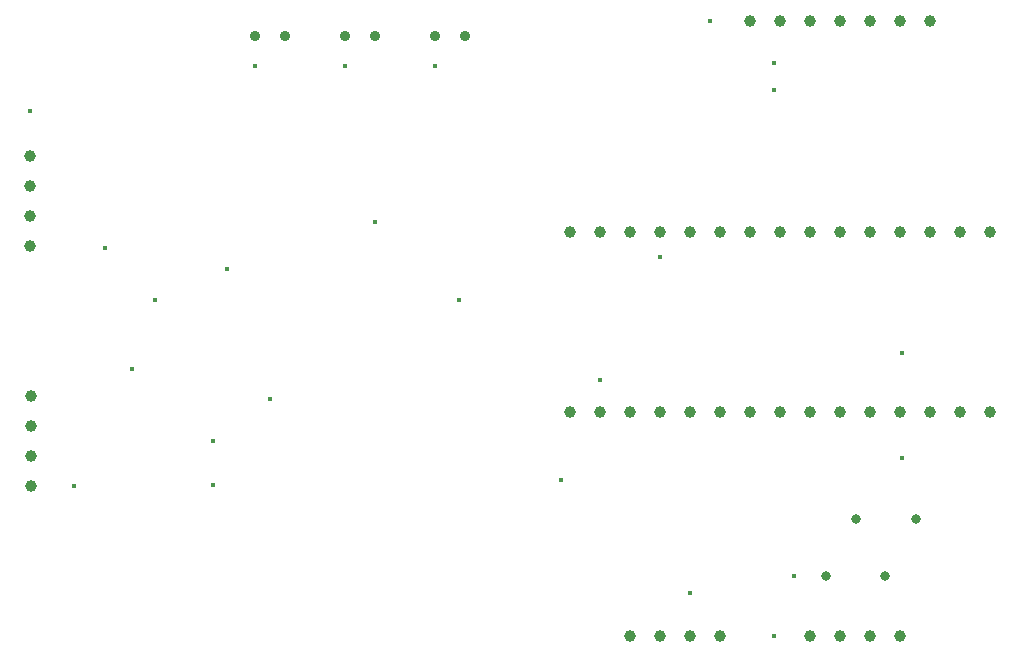
<source format=gbr>
%TF.GenerationSoftware,KiCad,Pcbnew,6.0.5-a6ca702e91~116~ubuntu20.04.1*%
%TF.CreationDate,2022-05-18T10:56:57+02:00*%
%TF.ProjectId,StationMeteo,53746174-696f-46e4-9d65-74656f2e6b69,rev?*%
%TF.SameCoordinates,PX21e9a40PY196f3b0*%
%TF.FileFunction,Plated,1,2,PTH,Drill*%
%TF.FilePolarity,Positive*%
%FSLAX46Y46*%
G04 Gerber Fmt 4.6, Leading zero omitted, Abs format (unit mm)*
G04 Created by KiCad (PCBNEW 6.0.5-a6ca702e91~116~ubuntu20.04.1) date 2022-05-18 10:56:57*
%MOMM*%
%LPD*%
G01*
G04 APERTURE LIST*
%TA.AperFunction,ViaDrill*%
%ADD10C,0.400000*%
%TD*%
%TA.AperFunction,ComponentDrill*%
%ADD11C,0.800000*%
%TD*%
%TA.AperFunction,ComponentDrill*%
%ADD12C,0.900000*%
%TD*%
%TA.AperFunction,ComponentDrill*%
%ADD13C,1.000000*%
%TD*%
G04 APERTURE END LIST*
D10*
X8890000Y-11430000D03*
X12573000Y-43180000D03*
X15240000Y-22987000D03*
X17526000Y-33274000D03*
X19431000Y-27432000D03*
X24384000Y-39370000D03*
X24384000Y-43053000D03*
X25527000Y-24765000D03*
X27940000Y-7620000D03*
X29210000Y-35814000D03*
X35560000Y-7620000D03*
X38100000Y-20828000D03*
X43180000Y-7620000D03*
X45212000Y-27432000D03*
X53848000Y-42672000D03*
X57150000Y-34163000D03*
X62230000Y-23749000D03*
X64770000Y-52197000D03*
X66421000Y-3810000D03*
X71882000Y-7366000D03*
X71882000Y-9652000D03*
X71882000Y-55880000D03*
X73533000Y-50800000D03*
X82677000Y-31877000D03*
X82677000Y-40767000D03*
D11*
%TO.C,C1*%
X76240000Y-50800000D03*
%TO.C,R1*%
X78769000Y-45974000D03*
%TO.C,C1*%
X81240000Y-50800000D03*
%TO.C,R1*%
X83849000Y-45974000D03*
D12*
%TO.C,D3*%
X27940000Y-5080000D03*
X30480000Y-5080000D03*
%TO.C,D2*%
X35560000Y-5080000D03*
X38100000Y-5080000D03*
%TO.C,D1*%
X43180000Y-5080000D03*
X45720000Y-5080000D03*
D13*
%TO.C,J3*%
X8890000Y-15240000D03*
X8890000Y-17780000D03*
X8890000Y-20320000D03*
X8890000Y-22860000D03*
%TO.C,J2*%
X8915000Y-35550000D03*
X8915000Y-38090000D03*
X8915000Y-40630000D03*
X8915000Y-43170000D03*
%TO.C,A1*%
X54610000Y-21600000D03*
X54610000Y-36840000D03*
X57150000Y-21600000D03*
X57150000Y-36840000D03*
%TO.C,J4*%
X59680000Y-55830000D03*
%TO.C,A1*%
X59690000Y-21600000D03*
X59690000Y-36840000D03*
%TO.C,J4*%
X62220000Y-55830000D03*
%TO.C,A1*%
X62230000Y-21600000D03*
X62230000Y-36840000D03*
%TO.C,J4*%
X64760000Y-55830000D03*
%TO.C,A1*%
X64770000Y-21600000D03*
X64770000Y-36840000D03*
%TO.C,J4*%
X67300000Y-55830000D03*
%TO.C,A1*%
X67310000Y-21600000D03*
X67310000Y-36840000D03*
%TO.C,J5*%
X69830000Y-3810000D03*
%TO.C,A1*%
X69850000Y-21600000D03*
X69850000Y-36840000D03*
%TO.C,J5*%
X72370000Y-3810000D03*
%TO.C,A1*%
X72390000Y-21600000D03*
X72390000Y-36840000D03*
%TO.C,J5*%
X74910000Y-3810000D03*
%TO.C,A1*%
X74930000Y-21600000D03*
X74930000Y-36840000D03*
%TO.C,J1*%
X74930000Y-55880000D03*
%TO.C,J5*%
X77450000Y-3810000D03*
%TO.C,A1*%
X77470000Y-21600000D03*
X77470000Y-36840000D03*
%TO.C,J1*%
X77470000Y-55880000D03*
%TO.C,J5*%
X79990000Y-3810000D03*
%TO.C,A1*%
X80010000Y-21600000D03*
X80010000Y-36840000D03*
%TO.C,J1*%
X80010000Y-55880000D03*
%TO.C,J5*%
X82530000Y-3810000D03*
%TO.C,A1*%
X82550000Y-21600000D03*
X82550000Y-36840000D03*
%TO.C,J1*%
X82550000Y-55880000D03*
%TO.C,J5*%
X85070000Y-3810000D03*
%TO.C,A1*%
X85090000Y-21600000D03*
X85090000Y-36840000D03*
X87630000Y-21600000D03*
X87630000Y-36840000D03*
X90170000Y-21600000D03*
X90170000Y-36840000D03*
M02*

</source>
